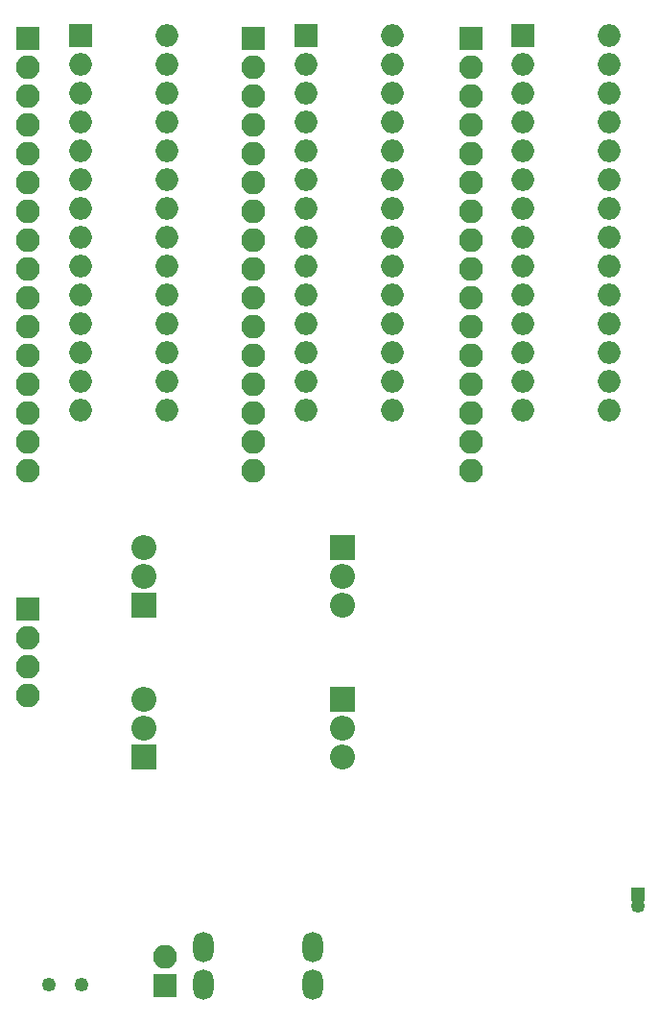
<source format=gbs>
G04 #@! TF.GenerationSoftware,KiCad,Pcbnew,5.0.0*
G04 #@! TF.CreationDate,2018-08-31T22:25:39+02:00*
G04 #@! TF.ProjectId,cube,637562652E6B696361645F7063620000,B*
G04 #@! TF.SameCoordinates,Original*
G04 #@! TF.FileFunction,Soldermask,Bot*
G04 #@! TF.FilePolarity,Negative*
%FSLAX46Y46*%
G04 Gerber Fmt 4.6, Leading zero omitted, Abs format (unit mm)*
G04 Created by KiCad (PCBNEW 5.0.0) date Fri Aug 31 22:25:39 2018*
%MOMM*%
%LPD*%
G01*
G04 APERTURE LIST*
%ADD10O,1.800000X2.700000*%
%ADD11C,1.250000*%
%ADD12O,2.100000X2.100000*%
%ADD13R,2.100000X2.100000*%
%ADD14O,2.200000X2.200000*%
%ADD15R,2.200000X2.200000*%
%ADD16O,2.000000X2.000000*%
%ADD17R,2.000000X2.000000*%
%ADD18O,1.250000X1.250000*%
%ADD19R,1.250000X1.250000*%
G04 APERTURE END LIST*
D10*
G04 #@! TO.C,J2*
X75825000Y-147100000D03*
X75825000Y-150400000D03*
X85525000Y-150400000D03*
X85525000Y-147100000D03*
G04 #@! TD*
D11*
G04 #@! TO.C,SW1*
X62200000Y-150400000D03*
X65100000Y-150400000D03*
G04 #@! TD*
D12*
G04 #@! TO.C,J1*
X72450000Y-147960000D03*
D13*
X72450000Y-150500000D03*
G04 #@! TD*
D12*
G04 #@! TO.C,J3*
X60400000Y-105100000D03*
X60400000Y-102560000D03*
X60400000Y-100020000D03*
X60400000Y-97480000D03*
X60400000Y-94940000D03*
X60400000Y-92400000D03*
X60400000Y-89860000D03*
X60400000Y-87320000D03*
X60400000Y-84780000D03*
X60400000Y-82240000D03*
X60400000Y-79700000D03*
X60400000Y-77160000D03*
X60400000Y-74620000D03*
X60400000Y-72080000D03*
X60400000Y-69540000D03*
D13*
X60400000Y-67000000D03*
G04 #@! TD*
G04 #@! TO.C,J4*
X80300000Y-67000000D03*
D12*
X80300000Y-69540000D03*
X80300000Y-72080000D03*
X80300000Y-74620000D03*
X80300000Y-77160000D03*
X80300000Y-79700000D03*
X80300000Y-82240000D03*
X80300000Y-84780000D03*
X80300000Y-87320000D03*
X80300000Y-89860000D03*
X80300000Y-92400000D03*
X80300000Y-94940000D03*
X80300000Y-97480000D03*
X80300000Y-100020000D03*
X80300000Y-102560000D03*
X80300000Y-105100000D03*
G04 #@! TD*
G04 #@! TO.C,J5*
X99450000Y-105100000D03*
X99450000Y-102560000D03*
X99450000Y-100020000D03*
X99450000Y-97480000D03*
X99450000Y-94940000D03*
X99450000Y-92400000D03*
X99450000Y-89860000D03*
X99450000Y-87320000D03*
X99450000Y-84780000D03*
X99450000Y-82240000D03*
X99450000Y-79700000D03*
X99450000Y-77160000D03*
X99450000Y-74620000D03*
X99450000Y-72080000D03*
X99450000Y-69540000D03*
D13*
X99450000Y-67000000D03*
G04 #@! TD*
D12*
G04 #@! TO.C,J20*
X60350000Y-124920000D03*
X60350000Y-122380000D03*
X60350000Y-119840000D03*
D13*
X60350000Y-117300000D03*
G04 #@! TD*
D14*
G04 #@! TO.C,Q3*
X88100000Y-116980000D03*
X88100000Y-114440000D03*
D15*
X88100000Y-111900000D03*
G04 #@! TD*
G04 #@! TO.C,Q4*
X70600000Y-117000000D03*
D14*
X70600000Y-114460000D03*
X70600000Y-111920000D03*
G04 #@! TD*
D15*
G04 #@! TO.C,Q5*
X88100000Y-125300000D03*
D14*
X88100000Y-127840000D03*
X88100000Y-130380000D03*
G04 #@! TD*
G04 #@! TO.C,Q6*
X70600000Y-125320000D03*
X70600000Y-127860000D03*
D15*
X70600000Y-130400000D03*
G04 #@! TD*
D16*
G04 #@! TO.C,U3*
X72620000Y-66800000D03*
X65000000Y-99820000D03*
X72620000Y-69340000D03*
X65000000Y-97280000D03*
X72620000Y-71880000D03*
X65000000Y-94740000D03*
X72620000Y-74420000D03*
X65000000Y-92200000D03*
X72620000Y-76960000D03*
X65000000Y-89660000D03*
X72620000Y-79500000D03*
X65000000Y-87120000D03*
X72620000Y-82040000D03*
X65000000Y-84580000D03*
X72620000Y-84580000D03*
X65000000Y-82040000D03*
X72620000Y-87120000D03*
X65000000Y-79500000D03*
X72620000Y-89660000D03*
X65000000Y-76960000D03*
X72620000Y-92200000D03*
X65000000Y-74420000D03*
X72620000Y-94740000D03*
X65000000Y-71880000D03*
X72620000Y-97280000D03*
X65000000Y-69340000D03*
X72620000Y-99820000D03*
D17*
X65000000Y-66800000D03*
G04 #@! TD*
G04 #@! TO.C,U4*
X84900000Y-66800000D03*
D16*
X92520000Y-99820000D03*
X84900000Y-69340000D03*
X92520000Y-97280000D03*
X84900000Y-71880000D03*
X92520000Y-94740000D03*
X84900000Y-74420000D03*
X92520000Y-92200000D03*
X84900000Y-76960000D03*
X92520000Y-89660000D03*
X84900000Y-79500000D03*
X92520000Y-87120000D03*
X84900000Y-82040000D03*
X92520000Y-84580000D03*
X84900000Y-84580000D03*
X92520000Y-82040000D03*
X84900000Y-87120000D03*
X92520000Y-79500000D03*
X84900000Y-89660000D03*
X92520000Y-76960000D03*
X84900000Y-92200000D03*
X92520000Y-74420000D03*
X84900000Y-94740000D03*
X92520000Y-71880000D03*
X84900000Y-97280000D03*
X92520000Y-69340000D03*
X84900000Y-99820000D03*
X92520000Y-66800000D03*
G04 #@! TD*
G04 #@! TO.C,U5*
X111670000Y-66800000D03*
X104050000Y-99820000D03*
X111670000Y-69340000D03*
X104050000Y-97280000D03*
X111670000Y-71880000D03*
X104050000Y-94740000D03*
X111670000Y-74420000D03*
X104050000Y-92200000D03*
X111670000Y-76960000D03*
X104050000Y-89660000D03*
X111670000Y-79500000D03*
X104050000Y-87120000D03*
X111670000Y-82040000D03*
X104050000Y-84580000D03*
X111670000Y-84580000D03*
X104050000Y-82040000D03*
X111670000Y-87120000D03*
X104050000Y-79500000D03*
X111670000Y-89660000D03*
X104050000Y-76960000D03*
X111670000Y-92200000D03*
X104050000Y-74420000D03*
X111670000Y-94740000D03*
X104050000Y-71880000D03*
X111670000Y-97280000D03*
X104050000Y-69340000D03*
X111670000Y-99820000D03*
D17*
X104050000Y-66800000D03*
G04 #@! TD*
D18*
G04 #@! TO.C,JP1*
X114200000Y-143500000D03*
D19*
X114200000Y-142500000D03*
G04 #@! TD*
M02*

</source>
